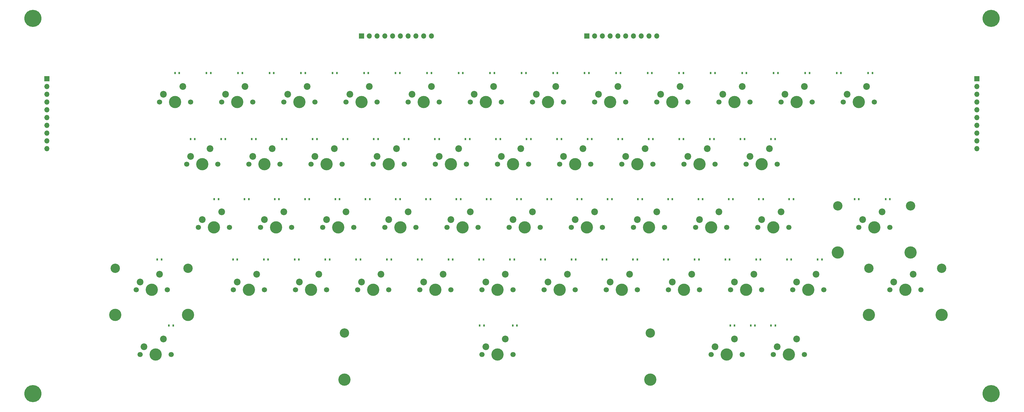
<source format=gbs>
%TF.GenerationSoftware,KiCad,Pcbnew,(6.0.1)*%
%TF.CreationDate,2022-07-30T17:19:38+08:00*%
%TF.ProjectId,CrVisionMech,43725669-7369-46f6-9e4d-6563682e6b69,rev?*%
%TF.SameCoordinates,Original*%
%TF.FileFunction,Soldermask,Bot*%
%TF.FilePolarity,Negative*%
%FSLAX46Y46*%
G04 Gerber Fmt 4.6, Leading zero omitted, Abs format (unit mm)*
G04 Created by KiCad (PCBNEW (6.0.1)) date 2022-07-30 17:19:38*
%MOMM*%
%LPD*%
G01*
G04 APERTURE LIST*
%ADD10C,1.700000*%
%ADD11C,4.000000*%
%ADD12C,2.200000*%
%ADD13C,5.600000*%
%ADD14R,1.700000X1.700000*%
%ADD15O,1.700000X1.700000*%
%ADD16C,3.050000*%
%ADD17R,0.600000X0.700000*%
G04 APERTURE END LIST*
D10*
X232410000Y-125730000D03*
X242570000Y-125730000D03*
D11*
X237490000Y-125730000D03*
D12*
X240030000Y-120650000D03*
X233680000Y-123190000D03*
D11*
X318770000Y-125730000D03*
D10*
X313690000Y-125730000D03*
X323850000Y-125730000D03*
D12*
X321310000Y-120650000D03*
X314960000Y-123190000D03*
D13*
X48815000Y-221060000D03*
D10*
X171450000Y-125730000D03*
D11*
X176530000Y-125730000D03*
D10*
X181610000Y-125730000D03*
D12*
X179070000Y-120650000D03*
X172720000Y-123190000D03*
D10*
X271780000Y-146050000D03*
D11*
X266700000Y-146050000D03*
D10*
X261620000Y-146050000D03*
D12*
X269240000Y-140970000D03*
X262890000Y-143510000D03*
D10*
X236220000Y-187080000D03*
X246380000Y-187080000D03*
D11*
X241300000Y-187080000D03*
D12*
X243840000Y-182000000D03*
X237490000Y-184540000D03*
D11*
X281940000Y-187080000D03*
D10*
X287020000Y-187080000D03*
X276860000Y-187080000D03*
D12*
X284480000Y-182000000D03*
X278130000Y-184540000D03*
D14*
X156210000Y-104140000D03*
D15*
X158750000Y-104140000D03*
X161290000Y-104140000D03*
X163830000Y-104140000D03*
X166370000Y-104140000D03*
X168910000Y-104140000D03*
X171450000Y-104140000D03*
X173990000Y-104140000D03*
X176530000Y-104140000D03*
X179070000Y-104140000D03*
D10*
X129540000Y-146050000D03*
D11*
X124460000Y-146050000D03*
D10*
X119380000Y-146050000D03*
D12*
X127000000Y-140970000D03*
X120650000Y-143510000D03*
D11*
X335750000Y-174930000D03*
D10*
X318770000Y-166690000D03*
X328930000Y-166690000D03*
D11*
X323850000Y-166690000D03*
D16*
X311950000Y-159690000D03*
X335750000Y-159690000D03*
D11*
X311950000Y-174930000D03*
D12*
X326390000Y-161610000D03*
X320040000Y-164150000D03*
D11*
X144780000Y-146050000D03*
D10*
X139700000Y-146050000D03*
X149860000Y-146050000D03*
D12*
X147320000Y-140970000D03*
X140970000Y-143510000D03*
D10*
X170180000Y-146050000D03*
D11*
X165100000Y-146050000D03*
D10*
X160020000Y-146050000D03*
D12*
X167640000Y-140970000D03*
X161290000Y-143510000D03*
D10*
X220980000Y-146050000D03*
X231140000Y-146050000D03*
D11*
X226060000Y-146050000D03*
D12*
X228600000Y-140970000D03*
X222250000Y-143510000D03*
D13*
X48815000Y-98345000D03*
D11*
X139700000Y-187080000D03*
D10*
X134620000Y-187080000D03*
X144780000Y-187080000D03*
D12*
X142240000Y-182000000D03*
X135890000Y-184540000D03*
D11*
X261620000Y-187080000D03*
D10*
X266700000Y-187080000D03*
X256540000Y-187080000D03*
D12*
X264160000Y-182000000D03*
X257810000Y-184540000D03*
D10*
X114300000Y-187080000D03*
D11*
X119380000Y-187080000D03*
D10*
X124460000Y-187080000D03*
D12*
X121920000Y-182000000D03*
X115570000Y-184540000D03*
D10*
X303530000Y-125730000D03*
X293370000Y-125730000D03*
D11*
X298450000Y-125730000D03*
D12*
X300990000Y-120650000D03*
X294640000Y-123190000D03*
D11*
X200660000Y-208280000D03*
D10*
X195580000Y-208280000D03*
D16*
X150660000Y-201280000D03*
D11*
X150660000Y-216520000D03*
D10*
X205740000Y-208280000D03*
D11*
X250660000Y-216520000D03*
D16*
X250660000Y-201280000D03*
D12*
X203200000Y-203200000D03*
X196850000Y-205740000D03*
D11*
X278130000Y-125730000D03*
D10*
X273050000Y-125730000D03*
X283210000Y-125730000D03*
D12*
X280670000Y-120650000D03*
X274320000Y-123190000D03*
D10*
X215900000Y-187080000D03*
D11*
X220980000Y-187080000D03*
D10*
X226060000Y-187080000D03*
D12*
X223520000Y-182000000D03*
X217170000Y-184540000D03*
D10*
X300990000Y-208280000D03*
D11*
X295910000Y-208280000D03*
D10*
X290830000Y-208280000D03*
D12*
X298450000Y-203200000D03*
X292100000Y-205740000D03*
D10*
X224790000Y-166690000D03*
D11*
X229870000Y-166690000D03*
D10*
X234950000Y-166690000D03*
D12*
X232410000Y-161610000D03*
X226060000Y-164150000D03*
D11*
X160020000Y-187080000D03*
D10*
X154940000Y-187080000D03*
X165100000Y-187080000D03*
D12*
X162560000Y-182000000D03*
X156210000Y-184540000D03*
D10*
X113030000Y-166690000D03*
D11*
X107950000Y-166690000D03*
D10*
X102870000Y-166690000D03*
D12*
X110490000Y-161610000D03*
X104140000Y-164150000D03*
D10*
X93980000Y-208280000D03*
D11*
X88900000Y-208280000D03*
D10*
X83820000Y-208280000D03*
D12*
X91440000Y-203200000D03*
X85090000Y-205740000D03*
D11*
X185420000Y-146050000D03*
D10*
X180340000Y-146050000D03*
X190500000Y-146050000D03*
D12*
X187960000Y-140970000D03*
X181610000Y-143510000D03*
D11*
X217170000Y-125730000D03*
D10*
X212090000Y-125730000D03*
X222250000Y-125730000D03*
D12*
X219710000Y-120650000D03*
X213360000Y-123190000D03*
D10*
X90170000Y-125730000D03*
X100330000Y-125730000D03*
D11*
X95250000Y-125730000D03*
D12*
X97790000Y-120650000D03*
X91440000Y-123190000D03*
D13*
X362030000Y-221060000D03*
D11*
X128270000Y-166690000D03*
D10*
X123190000Y-166690000D03*
X133350000Y-166690000D03*
D12*
X130810000Y-161610000D03*
X124460000Y-164150000D03*
D10*
X252730000Y-125730000D03*
X262890000Y-125730000D03*
D11*
X257810000Y-125730000D03*
D12*
X260350000Y-120650000D03*
X254000000Y-123190000D03*
D11*
X270510000Y-166690000D03*
D10*
X265430000Y-166690000D03*
X275590000Y-166690000D03*
D12*
X273050000Y-161610000D03*
X266700000Y-164150000D03*
D10*
X130810000Y-125730000D03*
X140970000Y-125730000D03*
D11*
X135890000Y-125730000D03*
D12*
X138430000Y-120650000D03*
X132080000Y-123190000D03*
D10*
X161290000Y-125730000D03*
D11*
X156210000Y-125730000D03*
D10*
X151130000Y-125730000D03*
D12*
X158750000Y-120650000D03*
X152400000Y-123190000D03*
D14*
X357400000Y-118115000D03*
D15*
X357400000Y-120655000D03*
X357400000Y-123195000D03*
X357400000Y-125735000D03*
X357400000Y-128275000D03*
X357400000Y-130815000D03*
X357400000Y-133355000D03*
X357400000Y-135895000D03*
X357400000Y-138435000D03*
X357400000Y-140975000D03*
D10*
X292100000Y-146050000D03*
D11*
X287020000Y-146050000D03*
D10*
X281940000Y-146050000D03*
D12*
X289560000Y-140970000D03*
X283210000Y-143510000D03*
D10*
X110490000Y-125730000D03*
D11*
X115570000Y-125730000D03*
D10*
X120650000Y-125730000D03*
D12*
X118110000Y-120650000D03*
X111760000Y-123190000D03*
D13*
X362030000Y-98345000D03*
D10*
X328930000Y-187080000D03*
D16*
X345910000Y-180080000D03*
D11*
X345910000Y-195320000D03*
D10*
X339090000Y-187080000D03*
D16*
X322110000Y-180080000D03*
D11*
X334010000Y-187080000D03*
X322110000Y-195320000D03*
D12*
X336550000Y-182000000D03*
X330200000Y-184540000D03*
D10*
X200660000Y-146050000D03*
X210820000Y-146050000D03*
D11*
X205740000Y-146050000D03*
D12*
X208280000Y-140970000D03*
X201930000Y-143510000D03*
D10*
X191770000Y-125730000D03*
X201930000Y-125730000D03*
D11*
X196850000Y-125730000D03*
D12*
X199390000Y-120650000D03*
X193040000Y-123190000D03*
D14*
X229870000Y-104140000D03*
D15*
X232410000Y-104140000D03*
X234950000Y-104140000D03*
X237490000Y-104140000D03*
X240030000Y-104140000D03*
X242570000Y-104140000D03*
X245110000Y-104140000D03*
X247650000Y-104140000D03*
X250190000Y-104140000D03*
X252730000Y-104140000D03*
D10*
X204470000Y-166690000D03*
D11*
X209550000Y-166690000D03*
D10*
X214630000Y-166690000D03*
D12*
X212090000Y-161610000D03*
X205740000Y-164150000D03*
D10*
X270510000Y-208280000D03*
X280670000Y-208280000D03*
D11*
X275590000Y-208280000D03*
D12*
X278130000Y-203200000D03*
X271780000Y-205740000D03*
D10*
X194310000Y-166690000D03*
D11*
X189230000Y-166690000D03*
D10*
X184150000Y-166690000D03*
D12*
X191770000Y-161610000D03*
X185420000Y-164150000D03*
D11*
X246380000Y-146050000D03*
D10*
X241300000Y-146050000D03*
X251460000Y-146050000D03*
D12*
X248920000Y-140970000D03*
X242570000Y-143510000D03*
D11*
X148590000Y-166690000D03*
D10*
X143510000Y-166690000D03*
X153670000Y-166690000D03*
D12*
X151130000Y-161610000D03*
X144780000Y-164150000D03*
D10*
X82550000Y-187080000D03*
D16*
X99530000Y-180080000D03*
D10*
X92710000Y-187080000D03*
D11*
X87630000Y-187080000D03*
D16*
X75730000Y-180080000D03*
D11*
X99530000Y-195320000D03*
X75730000Y-195320000D03*
D12*
X90170000Y-182000000D03*
X83820000Y-184540000D03*
D10*
X285750000Y-166690000D03*
D11*
X290830000Y-166690000D03*
D10*
X295910000Y-166690000D03*
D12*
X293370000Y-161610000D03*
X287020000Y-164150000D03*
D10*
X245110000Y-166690000D03*
D11*
X250190000Y-166690000D03*
D10*
X255270000Y-166690000D03*
D12*
X252730000Y-161610000D03*
X246380000Y-164150000D03*
D11*
X168910000Y-166690000D03*
D10*
X163830000Y-166690000D03*
X173990000Y-166690000D03*
D12*
X171450000Y-161610000D03*
X165100000Y-164150000D03*
D11*
X180340000Y-187080000D03*
D10*
X175260000Y-187080000D03*
X185420000Y-187080000D03*
D12*
X182880000Y-182000000D03*
X176530000Y-184540000D03*
D10*
X109220000Y-146050000D03*
X99060000Y-146050000D03*
D11*
X104140000Y-146050000D03*
D12*
X106680000Y-140970000D03*
X100330000Y-143510000D03*
D10*
X297180000Y-187080000D03*
X307340000Y-187080000D03*
D11*
X302260000Y-187080000D03*
D12*
X304800000Y-182000000D03*
X298450000Y-184540000D03*
D14*
X53340000Y-118115000D03*
D15*
X53340000Y-120655000D03*
X53340000Y-123195000D03*
X53340000Y-125735000D03*
X53340000Y-128275000D03*
X53340000Y-130815000D03*
X53340000Y-133355000D03*
X53340000Y-135895000D03*
X53340000Y-138435000D03*
X53340000Y-140975000D03*
D11*
X200660000Y-187080000D03*
D10*
X195580000Y-187080000D03*
X205740000Y-187080000D03*
D12*
X203200000Y-182000000D03*
X196850000Y-184540000D03*
D17*
X121702104Y-137795000D03*
X120302104Y-137795000D03*
X284862500Y-198755000D03*
X283462500Y-198755000D03*
X90870000Y-177165000D03*
X89470000Y-177165000D03*
X226292096Y-177165000D03*
X224892096Y-177165000D03*
X198519214Y-157480000D03*
X197119214Y-157480000D03*
X201590520Y-137795000D03*
X200190520Y-137795000D03*
X158458178Y-116205000D03*
X157058178Y-116205000D03*
X158948690Y-157480000D03*
X157548690Y-157480000D03*
X297445535Y-157480000D03*
X296045535Y-157480000D03*
X256471304Y-177165000D03*
X255071304Y-177165000D03*
X306770000Y-177165000D03*
X305370000Y-177165000D03*
X287552893Y-157480000D03*
X286152893Y-157480000D03*
X236351832Y-177165000D03*
X234951832Y-177165000D03*
X186053152Y-177165000D03*
X184653152Y-177165000D03*
X278195000Y-198755000D03*
X276795000Y-198755000D03*
X96650000Y-116205000D03*
X95250000Y-116205000D03*
X115635000Y-177165000D03*
X114235000Y-177165000D03*
X318835000Y-157480000D03*
X317435000Y-157480000D03*
X127554089Y-116205000D03*
X126154089Y-116205000D03*
X168841321Y-157480000D03*
X167441321Y-157480000D03*
X302677260Y-116205000D03*
X301277260Y-116205000D03*
X211576572Y-137795000D03*
X210176572Y-137795000D03*
X199663630Y-116205000D03*
X198263630Y-116205000D03*
X171632364Y-137795000D03*
X170232364Y-137795000D03*
X257875000Y-157480000D03*
X256475000Y-157480000D03*
X251170445Y-116205000D03*
X249770445Y-116205000D03*
X261506832Y-137795000D03*
X260106832Y-137795000D03*
X292375897Y-116205000D03*
X290975897Y-116205000D03*
X281478936Y-137795000D03*
X280078936Y-137795000D03*
X276590776Y-177165000D03*
X275190776Y-177165000D03*
X148156815Y-116205000D03*
X146756815Y-116205000D03*
X119378166Y-157480000D03*
X117978166Y-157480000D03*
X228197107Y-157480000D03*
X226797107Y-157480000D03*
X178733952Y-157480000D03*
X177333952Y-157480000D03*
X261471808Y-116205000D03*
X260071808Y-116205000D03*
X181618416Y-137795000D03*
X180218416Y-137795000D03*
X267767631Y-157480000D03*
X266367631Y-157480000D03*
X161646312Y-137795000D03*
X160246312Y-137795000D03*
X125694736Y-177165000D03*
X124294736Y-177165000D03*
X196112888Y-177165000D03*
X194712888Y-177165000D03*
X165933680Y-177165000D03*
X164533680Y-177165000D03*
X149056059Y-157480000D03*
X147656059Y-157480000D03*
X106951363Y-116205000D03*
X105551363Y-116205000D03*
X266531040Y-177165000D03*
X265131040Y-177165000D03*
X191604468Y-137795000D03*
X190204468Y-137795000D03*
X141674208Y-137795000D03*
X140274208Y-137795000D03*
X101730000Y-137795000D03*
X100330000Y-137795000D03*
X271773171Y-116205000D03*
X270373171Y-116205000D03*
X282074534Y-116205000D03*
X280674534Y-116205000D03*
X151660260Y-137795000D03*
X150260260Y-137795000D03*
X137855452Y-116205000D03*
X136455452Y-116205000D03*
X155873944Y-177165000D03*
X154473944Y-177165000D03*
X286650512Y-177165000D03*
X285250512Y-177165000D03*
X241534728Y-137795000D03*
X240134728Y-137795000D03*
X216232360Y-177165000D03*
X214832360Y-177165000D03*
X291465000Y-137795000D03*
X290065000Y-137795000D03*
X175993416Y-177165000D03*
X174593416Y-177165000D03*
X240869082Y-116205000D03*
X239469082Y-116205000D03*
X208411845Y-157480000D03*
X207011845Y-157480000D03*
X131688156Y-137795000D03*
X130288156Y-137795000D03*
X94680000Y-198755000D03*
X93280000Y-198755000D03*
X291530000Y-198755000D03*
X290130000Y-198755000D03*
X277660262Y-157480000D03*
X276260262Y-157480000D03*
X218304476Y-157480000D03*
X216904476Y-157480000D03*
X189362267Y-116205000D03*
X187962267Y-116205000D03*
X139163428Y-157480000D03*
X137763428Y-157480000D03*
X111716052Y-137795000D03*
X110316052Y-137795000D03*
X168759541Y-116205000D03*
X167359541Y-116205000D03*
X129270797Y-157480000D03*
X127870797Y-157480000D03*
X328995000Y-157480000D03*
X327595000Y-157480000D03*
X209964993Y-116205000D03*
X208564993Y-116205000D03*
X188626583Y-157480000D03*
X187226583Y-157480000D03*
X206172624Y-177165000D03*
X204772624Y-177165000D03*
X230567719Y-116205000D03*
X229167719Y-116205000D03*
X271492884Y-137795000D03*
X270092884Y-137795000D03*
X296710248Y-177165000D03*
X295310248Y-177165000D03*
X207075000Y-198755000D03*
X205675000Y-198755000D03*
X323280000Y-116205000D03*
X321880000Y-116205000D03*
X179060904Y-116205000D03*
X177660904Y-116205000D03*
X231548676Y-137795000D03*
X230148676Y-137795000D03*
X196280000Y-198755000D03*
X194880000Y-198755000D03*
X220266356Y-116205000D03*
X218866356Y-116205000D03*
X312978623Y-116205000D03*
X311578623Y-116205000D03*
X247982369Y-157480000D03*
X246582369Y-157480000D03*
X221562624Y-137795000D03*
X220162624Y-137795000D03*
X117252726Y-116205000D03*
X115852726Y-116205000D03*
X251520780Y-137795000D03*
X250120780Y-137795000D03*
X246411568Y-177165000D03*
X245011568Y-177165000D03*
X135754472Y-177165000D03*
X134354472Y-177165000D03*
X145814208Y-177165000D03*
X144414208Y-177165000D03*
X238089738Y-157480000D03*
X236689738Y-157480000D03*
X109485535Y-157480000D03*
X108085535Y-157480000D03*
M02*

</source>
